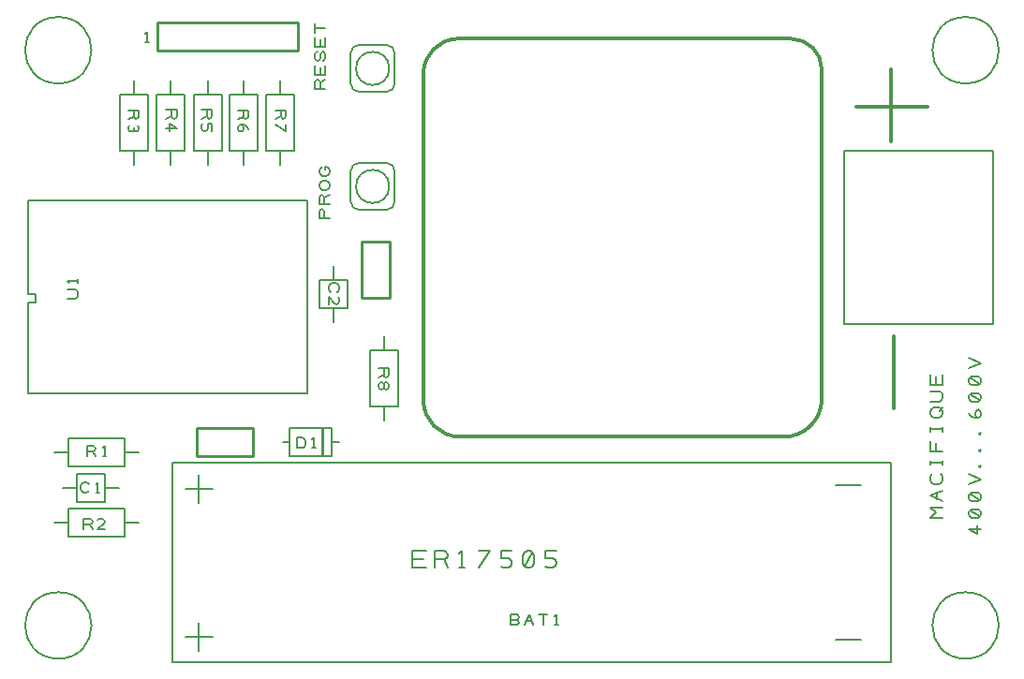
<source format=gbr>
G04 EasyPC Gerber Version 20.0.2 Build 4112 *
%FSLAX35Y35*%
%MOMM*%
%ADD19C,0.12700*%
%ADD17C,0.20000*%
%ADD20C,0.25400*%
%ADD71C,0.30000*%
%ADD21C,0.30480*%
X0Y0D02*
D02*
D17*
X3605650Y929170D02*
Y1079170D01*
X3730650*
X3705650Y1004170D02*
X3605650D01*
Y929170D02*
X3730650D01*
X3805650D02*
Y1079170D01*
X3893150*
X3918150Y1066670*
X3930650Y1041670*
X3918150Y1016670*
X3893150Y1004170*
X3805650*
X3893150D02*
X3930650Y929170D01*
X4030650D02*
X4080650D01*
X4055650D02*
Y1079170D01*
X4030650Y1054170*
X4205650Y929170D02*
X4305650Y1079170D01*
X4205650*
X4405650Y941670D02*
X4430650Y929170D01*
X4468150*
X4493150Y941670*
X4505650Y966670*
Y979170*
X4493150Y1004170*
X4468150Y1016670*
X4405650*
Y1079170*
X4505650*
X4618150Y941670D02*
X4643150Y929170D01*
X4668150*
X4693150Y941670*
X4705650Y966670*
Y1041670*
X4693150Y1066670*
X4668150Y1079170*
X4643150*
X4618150Y1066670*
X4605650Y1041670*
Y966670*
X4618150Y941670*
X4693150Y1066670*
X4805650Y941670D02*
X4830650Y929170D01*
X4868150*
X4893150Y941670*
X4905650Y966670*
Y979170*
X4893150Y1004170*
X4868150Y1016670*
X4805650*
Y1079170*
X4905650*
X8397520Y1381670D02*
X8285020D01*
X8341270Y1428550*
X8285020Y1475420*
X8397520*
Y1531670D02*
X8285020Y1578550D01*
X8397520Y1625420*
X8350650Y1550420D02*
Y1606670D01*
X8378770Y1775420D02*
X8388150Y1766050D01*
X8397520Y1747300*
Y1719170*
X8388150Y1700420*
X8378770Y1691050*
X8360020Y1681670*
X8322520*
X8303770Y1691050*
X8294400Y1700420*
X8285020Y1719170*
Y1747300*
X8294400Y1766050*
X8303770Y1775420*
X8397520Y1859800D02*
Y1897300D01*
Y1878550D02*
X8285020D01*
Y1859800D02*
Y1897300D01*
X8397520Y1981670D02*
X8285020D01*
Y2075420*
X8341270Y2056670D02*
Y1981670D01*
X8397520Y2159800D02*
Y2197300D01*
Y2178550D02*
X8285020D01*
Y2159800D02*
Y2197300D01*
X8360020Y2281670D02*
X8322520D01*
X8303770Y2291050*
X8294400Y2300420*
X8285020Y2319170*
Y2337920*
X8294400Y2356670*
X8303770Y2366050*
X8322520Y2375420*
X8360020*
X8378770Y2366050*
X8388150Y2356670*
X8397520Y2337920*
Y2319170*
X8388150Y2300420*
X8378770Y2291050*
X8360020Y2281670*
X8369400Y2347300D02*
X8397520Y2375420D01*
X8285020Y2431670D02*
X8369400D01*
X8388150Y2441050*
X8397520Y2459800*
Y2497300*
X8388150Y2516050*
X8369400Y2525420*
X8285020*
X8397520Y2581670D02*
X8285020D01*
Y2675420*
X8341270Y2656670D02*
Y2581670D01*
X8397520D02*
Y2675420D01*
X8747520Y1278550D02*
X8635020D01*
X8710020Y1231670*
Y1306670*
X8738150Y1391050D02*
X8747520Y1409800D01*
Y1428550*
X8738150Y1447300*
X8719400Y1456670*
X8663150*
X8644400Y1447300*
X8635020Y1428550*
Y1409800*
X8644400Y1391050*
X8663150Y1381670*
X8719400*
X8738150Y1391050*
X8644400Y1447300*
X8738150Y1541050D02*
X8747520Y1559800D01*
Y1578550*
X8738150Y1597300*
X8719400Y1606670*
X8663150*
X8644400Y1597300*
X8635020Y1578550*
Y1559800*
X8644400Y1541050*
X8663150Y1531670*
X8719400*
X8738150Y1541050*
X8644400Y1597300*
X8635020Y1681670D02*
X8747520Y1728550D01*
X8635020Y1775420*
X8747520Y1841050D02*
X8738150Y1850420D01*
X8728770Y1841050*
X8738150Y1831670*
X8747520Y1841050*
Y1991050D02*
X8738150Y2000420D01*
X8728770Y1991050*
X8738150Y1981670*
X8747520Y1991050*
Y2141050D02*
X8738150Y2150420D01*
X8728770Y2141050*
X8738150Y2131670*
X8747520Y2141050*
X8719400Y2281670D02*
X8700650Y2291050D01*
X8691270Y2309800*
Y2328550*
X8700650Y2347300*
X8719400Y2356670*
X8738150Y2347300*
X8747520Y2328550*
Y2309800*
X8738150Y2291050*
X8719400Y2281670*
X8691270*
X8663150Y2291050*
X8644400Y2309800*
X8635020Y2328550*
X8738150Y2441050D02*
X8747520Y2459800D01*
Y2478550*
X8738150Y2497300*
X8719400Y2506670*
X8663150*
X8644400Y2497300*
X8635020Y2478550*
Y2459800*
X8644400Y2441050*
X8663150Y2431670*
X8719400*
X8738150Y2441050*
X8644400Y2497300*
X8738150Y2591050D02*
X8747520Y2609800D01*
Y2628550*
X8738150Y2647300*
X8719400Y2656670*
X8663150*
X8644400Y2647300*
X8635020Y2628550*
Y2609800*
X8644400Y2591050*
X8663150Y2581670*
X8719400*
X8738150Y2591050*
X8644400Y2647300*
X8635020Y2731670D02*
X8747520Y2778550D01*
X8635020Y2825420*
D02*
D19*
X134830Y4247630D02*
X2654830D01*
Y2507630*
X134830*
Y3324170*
X205650*
Y3399170*
X134830*
Y4247630*
X372650Y1331670D02*
X499650D01*
X372650Y1971670D02*
X499650D01*
X406650Y706350D02*
G75*
G03Y106350J-300000D01*
G01*
G75*
G03Y706350J300000*
G01*
Y5906350D02*
G75*
G03Y5306350J-300000D01*
G01*
G75*
G03Y5906350J300000*
G01*
X499650Y1204670D02*
Y1458670D01*
X1007650*
Y1204670*
X499650*
Y1844670D02*
Y2098670D01*
X1007650*
Y1844670*
X499650*
X577650Y1651670D02*
X450650D01*
X685030Y1621360D02*
X677090Y1613420D01*
X661210Y1605480*
X637400*
X621530Y1613420*
X613590Y1621360*
X605650Y1637230*
Y1668980*
X613590Y1684860*
X621530Y1692800*
X637400Y1700730*
X661210*
X677090Y1692800*
X685030Y1684860*
X748530Y1605480D02*
X780280D01*
X764400D02*
Y1700730D01*
X748530Y1684860*
X486590Y3361670D02*
X558020D01*
X573900Y3369610*
X581840Y3385480*
Y3417230*
X573900Y3433110*
X558020Y3441050*
X486590*
X581840Y3504550D02*
Y3536300D01*
Y3520420D02*
X486590D01*
X502460Y3504550*
X635650Y1275480D02*
Y1370730D01*
X691210*
X707090Y1362800*
X715030Y1346920*
X707090Y1331050*
X691210Y1323110*
X635650*
X691210D02*
X715030Y1275480D01*
X826150D02*
X762650D01*
X818210Y1331050*
X826150Y1346920*
X818210Y1362800*
X802340Y1370730*
X778530*
X762650Y1362800*
X665650Y1935480D02*
Y2030730D01*
X721210*
X737090Y2022800*
X745030Y2006920*
X737090Y1991050*
X721210Y1983110*
X665650*
X721210D02*
X745030Y1935480D01*
X808530D02*
X840280D01*
X824400D02*
Y2030730D01*
X808530Y2014860*
X831650Y1778670D02*
Y1524670D01*
X577650*
Y1778670*
X831650*
X958650Y1651670D02*
X831650D01*
X965450Y5208670D02*
X1219450D01*
Y4700670*
X965450*
Y5208670*
X1007650Y1331670D02*
X1134650D01*
X1007650Y1971670D02*
X1134650D01*
X1040060Y5061670D02*
X1135310D01*
Y5006110*
X1127380Y4990230*
X1111500Y4982290*
X1095630Y4990230*
X1087690Y5006110*
Y5061670*
Y5006110D02*
X1040060Y4982290D01*
X1048000Y4926730D02*
X1040060Y4910860D01*
Y4894980*
X1048000Y4879110*
X1063880Y4871170*
X1079750Y4879110*
X1087690Y4894980*
Y4910860*
Y4894980D02*
X1095630Y4879110D01*
X1111500Y4871170*
X1127380Y4879110*
X1135310Y4894980*
Y4910860*
X1127380Y4926730*
X1092450Y4700670D02*
Y4573670D01*
Y5335670D02*
Y5208670D01*
X1191530Y5675480D02*
X1223280D01*
X1207400D02*
Y5770730D01*
X1191530Y5754860*
X1381660Y5065870D02*
X1476910D01*
Y5010310*
X1468980Y4994430*
X1453100Y4986490*
X1437230Y4994430*
X1429290Y5010310*
Y5065870*
Y5010310D02*
X1381660Y4986490D01*
Y4899180D02*
X1476910D01*
X1413410Y4938870*
Y4875370*
X1422650Y4573670D02*
Y4700670D01*
Y5208670D02*
Y5335670D01*
X1435700Y74450D02*
X7935700D01*
Y1874450*
X1435700*
Y74450*
X1549650Y4700670D02*
X1295650D01*
Y5208670*
X1549650*
Y4700670*
X1558700Y304450D02*
X1800000D01*
X1558700Y1644450D02*
X1800000D01*
X1673000Y431450D02*
Y177450D01*
Y1771450D02*
Y1517450D01*
X1700460Y5065870D02*
X1795710D01*
Y5010310*
X1787780Y4994430*
X1771900Y4986490*
X1756030Y4994430*
X1748090Y5010310*
Y5065870*
Y5010310D02*
X1700460Y4986490D01*
X1708400Y4938870D02*
X1700460Y4922990D01*
Y4899180*
X1708400Y4883310*
X1724280Y4875370*
X1732210*
X1748090Y4883310*
X1756030Y4899180*
Y4938870*
X1795710*
Y4875370*
X1755650Y4573670D02*
Y4700670D01*
Y5208670D02*
Y5335670D01*
X1882650Y4700670D02*
X1628650D01*
Y5208670*
X1882650*
Y4700670*
X1956050Y5208670D02*
X2210050D01*
Y4700670*
X1956050*
Y5208670*
X2029460Y5061670D02*
X2124710D01*
Y5006110*
X2116780Y4990230*
X2100900Y4982290*
X2085030Y4990230*
X2077090Y5006110*
Y5061670*
Y5006110D02*
X2029460Y4982290D01*
X2053280Y4934670D02*
X2069150Y4926730D01*
X2077090Y4910860*
Y4894980*
X2069150Y4879110*
X2053280Y4871170*
X2037400Y4879110*
X2029460Y4894980*
Y4910860*
X2037400Y4926730*
X2053280Y4934670*
X2077090*
X2100900Y4926730*
X2116780Y4910860*
X2124710Y4894980*
X2083050Y4700670D02*
Y4573670D01*
Y5335670D02*
Y5208670D01*
X2286250D02*
X2540250D01*
Y4700670*
X2286250*
Y5208670*
X2369260Y5064290D02*
X2464510D01*
Y5008730*
X2456580Y4992850*
X2440700Y4984910*
X2424830Y4992850*
X2416890Y5008730*
Y5064290*
Y5008730D02*
X2369260Y4984910D01*
Y4937290D02*
X2464510Y4873790D01*
Y4937290*
X2413250Y4700670D02*
Y4573670D01*
Y5335670D02*
Y5208670D01*
X2432650Y2061670D02*
X2496150D01*
Y1934670D02*
Y2188670D01*
X2877150*
Y1934670*
X2496150*
X2559650Y2009280D02*
Y2104530D01*
X2607280*
X2623150Y2096600*
X2631090Y2088660*
X2639030Y2072780*
Y2041030*
X2631090Y2025160*
X2623150Y2017220*
X2607280Y2009280*
X2559650*
X2702530D02*
X2734280D01*
X2718400D02*
Y2104530D01*
X2702530Y2088660*
X2768850Y3532270D02*
X3022850D01*
Y3278270*
X2768850*
Y3532270*
X2865340Y3421140D02*
X2857400Y3429080D01*
X2849460Y3444960*
Y3468770*
X2857400Y3484640*
X2865340Y3492580*
X2881210Y3500520*
X2912960*
X2928840Y3492580*
X2936780Y3484640*
X2944710Y3468770*
Y3444960*
X2936780Y3429080*
X2928840Y3421140*
X2849460Y3310020D02*
Y3373520D01*
X2905030Y3317960*
X2920900Y3310020*
X2936780Y3317960*
X2944710Y3333830*
Y3357640*
X2936780Y3373520*
X2821240Y5259470D02*
X2725990D01*
Y5315030*
X2733920Y5330910*
X2749800Y5338850*
X2765670Y5330910*
X2773610Y5315030*
Y5259470*
Y5315030D02*
X2821240Y5338850D01*
Y5386470D02*
X2725990D01*
Y5465850*
X2773610Y5449970D02*
Y5386470D01*
X2821240D02*
Y5465850D01*
X2797420Y5513470D02*
X2813300Y5521410D01*
X2821240Y5537280*
Y5569030*
X2813300Y5584910*
X2797420Y5592850*
X2781550Y5584910*
X2773610Y5569030*
Y5537280*
X2765670Y5521410*
X2749800Y5513470*
X2733920Y5521410*
X2725990Y5537280*
Y5569030*
X2733920Y5584910*
X2749800Y5592850*
X2821240Y5640470D02*
X2725990D01*
Y5719850*
X2773610Y5703970D02*
Y5640470D01*
X2821240D02*
Y5719850D01*
Y5807160D02*
X2725990D01*
Y5767470D02*
Y5846850D01*
X2877150Y2061670D02*
X2940650D01*
X2859340Y4091070D02*
X2764090D01*
Y4146630*
X2772020Y4162510*
X2787900Y4170450*
X2803770Y4162510*
X2811710Y4146630*
Y4091070*
X2859340Y4218070D02*
X2764090D01*
Y4273630*
X2772020Y4289510*
X2787900Y4297450*
X2803770Y4289510*
X2811710Y4273630*
Y4218070*
Y4273630D02*
X2859340Y4297450D01*
X2827590Y4345070D02*
X2795840D01*
X2779960Y4353010*
X2772020Y4360950*
X2764090Y4376820*
Y4392700*
X2772020Y4408570*
X2779960Y4416510*
X2795840Y4424450*
X2827590*
X2843460Y4416510*
X2851400Y4408570*
X2859340Y4392700*
Y4376820*
X2851400Y4360950*
X2843460Y4353010*
X2827590Y4345070*
X2819650Y4527630D02*
Y4551450D01*
X2827590*
X2843460Y4543510*
X2851400Y4535570*
X2859340Y4519700*
Y4503820*
X2851400Y4487950*
X2843460Y4480010*
X2827590Y4472070*
X2795840*
X2779960Y4480010*
X2772020Y4487950*
X2764090Y4503820*
Y4519700*
X2772020Y4535570*
X2779960Y4543510*
X2795840Y4551450*
X2895850Y3278270D02*
Y3151270D01*
Y3659270D02*
Y3532270D01*
X3047850Y4512770D02*
Y4237770D01*
G75*
G03X3122850Y4162770I75000*
G01*
X3372850*
G75*
G03X3447850Y4237770J75000*
G01*
Y4512770*
G75*
G03X3372850Y4587770I-75000*
G01*
X3122850*
G75*
G03X3047850Y4512770J-75000*
G01*
Y5579570D02*
Y5304570D01*
G75*
G03X3122850Y5229570I75000*
G01*
X3372850*
G75*
G03X3447850Y5304570J75000*
G01*
Y5579570*
G75*
G03X3372850Y5654570I-75000*
G01*
X3122850*
G75*
G03X3047850Y5579570J-75000*
G01*
X3226050Y2897270D02*
X3480050D01*
Y2389270*
X3226050*
Y2897270*
X3299460Y2731670D02*
X3394710D01*
Y2676110*
X3386780Y2660230*
X3370900Y2652290*
X3355030Y2660230*
X3347090Y2676110*
Y2731670*
Y2676110D02*
X3299460Y2652290D01*
X3347090Y2580860D02*
Y2564980D01*
X3355030Y2549110*
X3370900Y2541170*
X3386780Y2549110*
X3394710Y2564980*
Y2580860*
X3386780Y2596730*
X3370900Y2604670*
X3355030Y2596730*
X3347090Y2580860*
X3339150Y2596730*
X3323280Y2604670*
X3307400Y2596730*
X3299460Y2580860*
Y2564980*
X3307400Y2549110*
X3323280Y2541170*
X3339150Y2549110*
X3347090Y2564980*
X3353050Y2389270D02*
Y2262270D01*
Y3024270D02*
Y2897270D01*
X3397350Y4375270D02*
G75*
G03X3097350I-150000D01*
G01*
G75*
G03X3397350I150000*
G01*
Y5442070D02*
G75*
G03X3097350I-150000D01*
G01*
G75*
G03X3397350I150000*
G01*
X4550210Y457110D02*
X4566090Y449170D01*
X4574030Y433300*
X4566090Y417420*
X4550210Y409480*
X4494650*
Y504730*
X4550210*
X4566090Y496800*
X4574030Y480920*
X4566090Y465050*
X4550210Y457110*
X4494650*
X4621650Y409480D02*
X4661340Y504730D01*
X4701030Y409480*
X4637530Y449170D02*
X4685150D01*
X4788340Y409480D02*
Y504730D01*
X4748650D02*
X4828030D01*
X4891530Y409480D02*
X4923280D01*
X4907400D02*
Y504730D01*
X4891530Y488860*
X7435700Y274450D02*
X7664300D01*
X7435700Y1674450D02*
X7664300D01*
X8606350Y706350D02*
G75*
G03Y106350J-300000D01*
G01*
G75*
G03Y706350J300000*
G01*
Y5906350D02*
G75*
G03Y5306350J-300000D01*
G01*
G75*
G03Y5906350J300000*
G01*
X8856350Y4694270D02*
Y3132270D01*
X7506350*
Y4694270*
X8856350*
D02*
D71*
X7615650Y5091670D02*
X8265650D01*
X7935650Y4781670D02*
Y5431670D01*
X7955650Y2371670D02*
Y3021670D01*
D02*
D20*
X1302500Y5600110D02*
X2572500D01*
Y5854110*
X1302500*
Y5600110*
X1658650Y1934670D02*
X2166650D01*
Y2188670*
X1658650*
Y1934670*
X2788250Y2181050D02*
Y1942290D01*
X3402650Y3364670D02*
Y3872670D01*
X3148650*
Y3364670*
X3402650*
D02*
D21*
X3706540Y5393360D02*
G75*
G02X4024040Y5710860I317500D01*
G01*
X7027140*
G75*
G02X7306540Y5431460J-279400*
G01*
Y2454960*
G75*
G02X6963640Y2112060I-342900*
G01*
X4036740*
G75*
G02X3706540Y2442260J330200*
G01*
Y5393360*
X0Y0D02*
M02*

</source>
